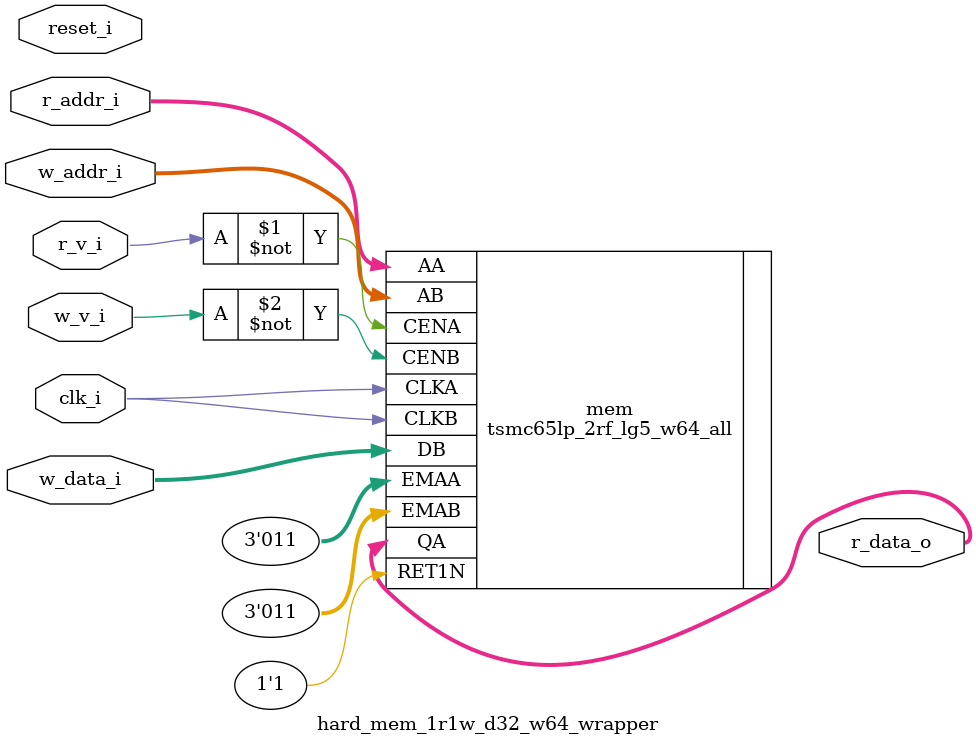
<source format=v>

module hard_mem_1rw_bit_mask_d64_w15_wrapper #( parameter width_p = 15
                                              , parameter els_p   = 64
                                              , parameter addr_width_lp = $clog2(els_p)
                                              )
  ( input                      clk_i
  , input                      reset_i
  , input [width_p-1:0]        data_i
  , input [addr_width_lp-1:0]  addr_i
  , input                      v_i
  , input [width_p-1:0]        w_mask_i
  , input                      w_i
  , output wire [width_p-1:0]  data_o
  );

  // TODO: Replace the sythesizable RTL model below with the hardened
  // equivilant. Use the RTL model to check the sematics of the harden block
  // match.
  //
  // NOTE: The instance name of the hardened block is expected to be "mem".

  //hard_mem_1rw_bit_mask_d64_w15
  //  mem
  //    ( ...
  //    );

  wire [15:0] Q;
  wire [15:0] D;
  wire [15:0] WEN;

  assign data_o = Q[14:0];
  assign D      = {1'b0,data_i};
  assign WEN    = {1'b0,w_mask_i};

  tsmc65lp_1rf_lg6_w16_bit mem (
    .CLK  (clk_i ),
    .Q    (Q     ), // out
    .CEN  (~v_i  ), // lo true
    .WEN  (WEN   ),
    .GWEN (~w_i  ), // lo true
    .A    (addr_i), // in
    .D    (D     ), // in
    //
    .EMA  (3'd3  ), // Extra Margin Adjustment - default value
    .EMAW (2'd1  ), // Extra Margin Adjustment Write - default value
    .RET1N(1'b1  )  // Retention Mode (active low) - disabled
  );


endmodule

////////////////////////////////////////////////////////////////////////////////////////////////////

module hard_mem_1rw_bit_mask_d64_w7_wrapper #( parameter width_p = 7
                                             , parameter els_p   = 64
                                             , parameter addr_width_lp = $clog2(els_p)
                                             )
  ( input                      clk_i
  , input                      reset_i
  , input [width_p-1:0]        data_i
  , input [addr_width_lp-1:0]  addr_i
  , input                      v_i
  , input [width_p-1:0]        w_mask_i
  , input                      w_i
  , output wire [width_p-1:0]  data_o
  );

  // TODO: Replace the sythesizable RTL model below with the hardened
  // equivilant. Use the RTL model to check the sematics of the harden block
  // match.
  //
  // NOTE: The instance name of the hardened block is expected to be "mem".

  //hard_mem_1rw_bit_mask_d64_w7
  //  mem
  //    ( ...
  //    );

  wire [7:0] Q;
  wire [7:0] D;
  wire [7:0] WEN;

  assign data_o = Q[6:0];
  assign D      = {1'b0,data_i};
  assign WEN    = {1'b0,w_mask_i};

  tsmc65lp_1rf_lg6_w8_bit mem (
    .CLK  (clk_i   ),
    .Q    (Q  ), // out
    .CEN  (~v_i      ), // lo true
    .WEN  (WEN),
    .GWEN (~w_i     ), // lo true
    .A    (addr_i  ), // in
    .D    (D  ), // in
    //
    .EMA  (3'd3    ), // Extra Margin Adjustment - default value
    .EMAW (2'd1    ), // Extra Margin Adjustment Write - default value
    .RET1N(1'b1    )  // Retention Mode (active low) - disabled
    );

endmodule

////////////////////////////////////////////////////////////////////////////////////////////////////

module hard_mem_1rw_bit_mask_d64_w96_wrapper #( parameter width_p = 96
                                              , parameter els_p   = 64
                                              , parameter addr_width_lp = $clog2(els_p)
                                              )
  ( input                      clk_i
  , input                      reset_i
  , input [width_p-1:0]        data_i
  , input [addr_width_lp-1:0]  addr_i
  , input                      v_i
  , input [width_p-1:0]        w_mask_i
  , input                      w_i
  , output wire [width_p-1:0]  data_o
  );

  // TODO: Replace the sythesizable RTL model below with the hardened
  // equivilant. Use the RTL model to check the sematics of the harden block
  // match.
  //
  // NOTE: The instance name of the hardened block is expected to be "mem".

  //hard_mem_1rw_bit_mask_d64_w96
  //  mem
  //    ( ...
  //    );


  tsmc65lp_1rf_lg6_w96_bit mem (
    .CLK  (clk_i   ),
    .Q    (data_o  ), // out
    .CEN  (~v_i      ), // lo true
    .WEN  (w_mask_i),
    .GWEN (~w_i     ), // lo true
    .A    (addr_i  ), // in
    .D    (data_i  ), // in
    //
    .EMA  (3'd3    ), // Extra Margin Adjustment - default value
    .EMAW (2'd1    ), // Extra Margin Adjustment Write - default value
    .RET1N(1'b1    )  // Retention Mode (active low) - disabled
    );

endmodule

////////////////////////////////////////////////////////////////////////////////////////////////////

module hard_mem_1rw_byte_mask_d512_w64_wrapper #( parameter width_p = 64
                                                , parameter els_p = 512
                                                , parameter addr_width_lp = $clog2(els_p)
                                                , parameter write_mask_width_lp = width_p>>3
                                                )
  ( input                            clk_i
  , input                            reset_i
  , input [width_p-1:0]              data_i
  , input [addr_width_lp-1:0]        addr_i
  , input                            v_i
  , input [write_mask_width_lp-1:0]  write_mask_i
  , input                            w_i
  , output wire [width_p-1:0]        data_o
  );

  // TODO: Replace the sythesizable RTL model below with the hardened
  // equivilant. Use the RTL model to check the sematics of the harden block
  // match.
  //
  // NOTE: The instance name of the hardened block is expected to be "mem".

  //hard_mem_1rw_byte_mask_d512_w64
  //  mem
  //    ( ...
  //    );

   wire [63:0] wen = ~{{8{write_mask_i[7]}}
                      ,{8{write_mask_i[6]}}
                      ,{8{write_mask_i[5]}}
                      ,{8{write_mask_i[4]}}
                      ,{8{write_mask_i[3]}}
                      ,{8{write_mask_i[2]}}
                      ,{8{write_mask_i[1]}}
                      ,{8{write_mask_i[0]}}};

  tsmc65lp_1rf_lg9_w64_bit mem (
    .CLK  (clk_i   ),
    .Q    (data_o  ), // out
    .CEN  (~v_i      ), // lo true
    .WEN  (wen),
    .GWEN (~w_i     ), // lo true
    .A    (addr_i  ), // in
    .D    (data_i  ), // in
    //
    .EMA  (3'd3    ), // Extra Margin Adjustment - default value
    .EMAW (2'd1    ), // Extra Margin Adjustment Write - default value
    .RET1N(1'b1    )  // Retention Mode (active low) - disabled
    );

endmodule

////////////////////////////////////////////////////////////////////////////////////////////////////

module hard_mem_1rw_d256_w96_wrapper #( parameter width_p = 96
                                      , parameter els_p = 256
                                      , parameter addr_width_lp = $clog2(els_p)
                                      )
  ( input                     clk_i
  , input                     v_i
  , input                     reset_i
  , input [width_p-1:0]       data_i
  , input [addr_width_lp-1:0] addr_i
  , input                     w_i
  , output wire [width_p-1:0] data_o
  );

  // TODO: Replace the sythesizable RTL model below with the hardened
  // equivilant. Use the RTL model to check the sematics of the harden block
  // match.
  //
  // NOTE: The instance name of the hardened block is expected to be "mem".

  //hard_mem_1rw_d256_w96
  //  mem
  //    ( ...
  //    );

  tsmc65lp_1rf_lg8_w96_all mem (
    .CLK  (clk_i   ),
    .Q    (data_o  ), // out
    .CEN  (~v_i      ), // lo true
    .WEN (~w_i     ), // lo true
    .A    (addr_i  ), // in
    .D    (data_i  ), // in
    //
    .EMA  (3'd3    ), // Extra Margin Adjustment - default value
    .EMAW (2'd1    ), // Extra Margin Adjustment Write - default value
    .RET1N(1'b1    )  // Retention Mode (active low) - disabled
    );

endmodule

////////////////////////////////////////////////////////////////////////////////////////////////////

module hard_mem_1rw_d512_w64_wrapper #( parameter width_p = 64
                                      , parameter els_p = 512
                                      , parameter addr_width_lp = $clog2(els_p)
                                      )
  ( input                     clk_i
  , input                     v_i
  , input                     reset_i
  , input [width_p-1:0]       data_i
  , input [addr_width_lp-1:0] addr_i
  , input                     w_i
  , output wire [width_p-1:0] data_o
  );

  // TODO: Replace the sythesizable RTL model below with the hardened
  // equivilant. Use the RTL model to check the sematics of the harden block
  // match.
  //
  // NOTE: The instance name of the hardened block is expected to be "mem".

  //hard_mem_1rw_d512_w64
  //  mem
  //    ( ...
  //    );

  tsmc65lp_1rf_lg9_w64_all mem (
    .CLK  (clk_i   ),
    .Q    (data_o  ), // out
    .CEN  (~v_i      ), // lo true
    .WEN (~w_i     ), // lo true
    .A    (addr_i  ), // in
    .D    (data_i  ), // in
    //
    .EMA  (3'd3    ), // Extra Margin Adjustment - default value
    .EMAW (2'd1    ), // Extra Margin Adjustment Write - default value
    .RET1N(1'b1    )  // Retention Mode (active low) - disabled
    );

endmodule

////////////////////////////////////////////////////////////////////////////////////////////////////

module hard_mem_1r1w_d32_w64_wrapper #( parameter width_p = 64
                                      , parameter els_p = 32
                                      , parameter addr_width_lp = $clog2(els_p)
                                       )
  ( input                     clk_i
  , input                     reset_i
  , input                     w_v_i
  , input [addr_width_lp-1:0] w_addr_i
  , input [width_p-1:0]       w_data_i
  , input                     r_v_i
  , input [addr_width_lp-1:0] r_addr_i
  , output wire [width_p-1:0] r_data_o
  );

  // TODO: Replace the sythesizable RTL model below with the hardened
  // equivilant. Use the RTL model to check the sematics of the harden block
  // match.
  //
  // NOTE: The instance name of the hardened block is expected to be "mem".

  //hard_mem_1r1w_d32_w64
  //  mem
  //    ( ...
  //    );

  tsmc65lp_2rf_lg5_w64_all mem
    (
     // read port
     .CLKA (clk_i)
     ,.AA  (r_addr_i)
     ,.CENA(~r_v_i)

     // output
     ,.QA  (r_data_o)

     // write port
     ,.CLKB(clk_i)
     ,.AB  (w_addr_i)
     ,.DB  (w_data_i)
     ,.CENB(~w_v_i)

     ,.EMAA (3'd3  ) // Extra Margin Adjustment - default value
     ,.EMAB (3'd3  ) // Extra Margin Adjustment - default value
     ,.RET1N(1'b1  ) // Retention Mode (active low) - disabled
     );

endmodule

////////////////////////////////////////////////////////////////////////////////////////////////////


</source>
